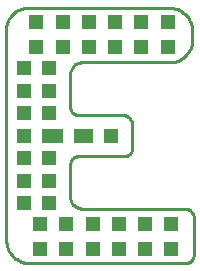
<source format=gtp>
G75*
%MOIN*%
%OFA0B0*%
%FSLAX24Y24*%
%IPPOS*%
%LPD*%
%AMOC8*
5,1,8,0,0,1.08239X$1,22.5*
%
%ADD10C,0.0100*%
%ADD11R,0.0472X0.0472*%
D10*
X003142Y002517D02*
X008354Y002517D01*
X008354Y002516D02*
X008386Y002518D01*
X008418Y002523D01*
X008449Y002532D01*
X008479Y002545D01*
X008507Y002560D01*
X008534Y002579D01*
X008558Y002600D01*
X008579Y002624D01*
X008598Y002651D01*
X008613Y002679D01*
X008626Y002709D01*
X008635Y002740D01*
X008640Y002772D01*
X008642Y002804D01*
X008642Y004042D01*
X008641Y004041D02*
X008636Y004074D01*
X008628Y004107D01*
X008616Y004138D01*
X008601Y004168D01*
X008583Y004196D01*
X008562Y004222D01*
X008539Y004246D01*
X008513Y004268D01*
X008485Y004286D01*
X008455Y004301D01*
X008424Y004314D01*
X008392Y004323D01*
X008359Y004328D01*
X008325Y004330D01*
X008292Y004328D01*
X008292Y004329D02*
X004954Y004329D01*
X004917Y004328D01*
X004879Y004330D01*
X004842Y004336D01*
X004806Y004345D01*
X004770Y004358D01*
X004736Y004374D01*
X004703Y004392D01*
X004673Y004414D01*
X004644Y004439D01*
X004618Y004466D01*
X004594Y004495D01*
X004574Y004526D01*
X004556Y004559D01*
X004541Y004594D01*
X004530Y004630D01*
X004522Y004666D01*
X004517Y004704D01*
X004517Y005829D01*
X004522Y005861D01*
X004531Y005891D01*
X004543Y005920D01*
X004558Y005948D01*
X004576Y005974D01*
X004598Y005998D01*
X004621Y006019D01*
X004647Y006037D01*
X004675Y006053D01*
X004704Y006065D01*
X004735Y006074D01*
X004766Y006079D01*
X004798Y006081D01*
X004829Y006079D01*
X006292Y006079D01*
X006292Y006080D02*
X006323Y006078D01*
X006354Y006080D01*
X006385Y006085D01*
X006414Y006095D01*
X006443Y006107D01*
X006469Y006124D01*
X006494Y006143D01*
X006516Y006165D01*
X006535Y006189D01*
X006551Y006216D01*
X006564Y006244D01*
X006573Y006274D01*
X006579Y006305D01*
X006579Y006304D02*
X006579Y007103D01*
X006578Y007103D02*
X006580Y007136D01*
X006578Y007170D01*
X006572Y007203D01*
X006564Y007235D01*
X006551Y007267D01*
X006536Y007297D01*
X006517Y007325D01*
X006496Y007351D01*
X006472Y007374D01*
X006446Y007395D01*
X006417Y007413D01*
X006387Y007428D01*
X006356Y007440D01*
X006323Y007448D01*
X006290Y007453D01*
X006291Y007454D02*
X004756Y007454D01*
X004756Y007455D02*
X004726Y007460D01*
X004696Y007469D01*
X004668Y007480D01*
X004642Y007495D01*
X004617Y007513D01*
X004594Y007533D01*
X004574Y007556D01*
X004556Y007581D01*
X004542Y007608D01*
X004530Y007636D01*
X004522Y007665D01*
X004517Y007695D01*
X004515Y007726D01*
X004517Y007756D01*
X004517Y008804D01*
X004519Y008843D01*
X004525Y008882D01*
X004534Y008920D01*
X004547Y008957D01*
X004564Y008993D01*
X004584Y009026D01*
X004608Y009058D01*
X004634Y009087D01*
X004663Y009113D01*
X004695Y009137D01*
X004728Y009157D01*
X004764Y009174D01*
X004801Y009187D01*
X004839Y009196D01*
X004878Y009202D01*
X004917Y009204D01*
X007915Y009204D01*
X007969Y009212D01*
X008022Y009225D01*
X008074Y009241D01*
X008125Y009261D01*
X008174Y009284D01*
X008221Y009311D01*
X008267Y009341D01*
X008310Y009375D01*
X008350Y009411D01*
X008388Y009450D01*
X008423Y009492D01*
X008455Y009536D01*
X008484Y009583D01*
X008510Y009631D01*
X008531Y009681D01*
X008550Y009732D01*
X008564Y009785D01*
X008575Y009838D01*
X008582Y009892D01*
X008585Y009947D01*
X008584Y010001D01*
X008579Y010056D01*
X008579Y010216D01*
X008582Y010268D01*
X008581Y010321D01*
X008576Y010374D01*
X008567Y010426D01*
X008555Y010477D01*
X008539Y010528D01*
X008519Y010577D01*
X008496Y010625D01*
X008470Y010670D01*
X008440Y010714D01*
X008407Y010756D01*
X008372Y010795D01*
X008334Y010832D01*
X008293Y010865D01*
X008250Y010896D01*
X008205Y010924D01*
X008158Y010948D01*
X008109Y010969D01*
X008059Y010986D01*
X008008Y011000D01*
X007956Y011010D01*
X007903Y011016D01*
X007903Y011017D02*
X003017Y011017D01*
X003017Y011016D02*
X002965Y011010D01*
X002915Y010999D01*
X002865Y010985D01*
X002817Y010967D01*
X002770Y010946D01*
X002725Y010921D01*
X002681Y010893D01*
X002640Y010862D01*
X002602Y010827D01*
X002566Y010790D01*
X002533Y010751D01*
X002503Y010709D01*
X002476Y010664D01*
X002453Y010618D01*
X002433Y010571D01*
X002417Y010522D01*
X002404Y010472D01*
X002395Y010421D01*
X002390Y010370D01*
X002389Y010318D01*
X002392Y010267D01*
X002392Y003267D01*
X002394Y003213D01*
X002400Y003160D01*
X002409Y003108D01*
X002422Y003056D01*
X002439Y003005D01*
X002460Y002955D01*
X002484Y002908D01*
X002511Y002862D01*
X002542Y002818D01*
X002575Y002776D01*
X002612Y002737D01*
X002651Y002700D01*
X002693Y002667D01*
X002737Y002636D01*
X002783Y002609D01*
X002830Y002585D01*
X002880Y002564D01*
X002931Y002547D01*
X002983Y002534D01*
X003035Y002525D01*
X003088Y002519D01*
X003142Y002517D01*
D11*
X003517Y002978D03*
X003517Y003805D03*
X003805Y004517D03*
X003805Y005267D03*
X003805Y006017D03*
X003805Y006767D03*
X004041Y006767D03*
X003805Y007517D03*
X003805Y008267D03*
X003805Y009017D03*
X003392Y009728D03*
X002978Y009017D03*
X002978Y008267D03*
X002978Y007517D03*
X002978Y006767D03*
X002978Y006017D03*
X002978Y005267D03*
X002978Y004517D03*
X004392Y003805D03*
X004392Y002978D03*
X005267Y002978D03*
X005267Y003805D03*
X006142Y003805D03*
X006142Y002978D03*
X007017Y002978D03*
X007017Y003805D03*
X007892Y003805D03*
X007892Y002978D03*
X005868Y006767D03*
X005041Y006767D03*
X004868Y006767D03*
X005142Y009728D03*
X005142Y010555D03*
X004267Y010555D03*
X004267Y009728D03*
X003392Y010555D03*
X006017Y010555D03*
X006017Y009728D03*
X006892Y009728D03*
X006892Y010555D03*
X007767Y010555D03*
X007767Y009728D03*
M02*

</source>
